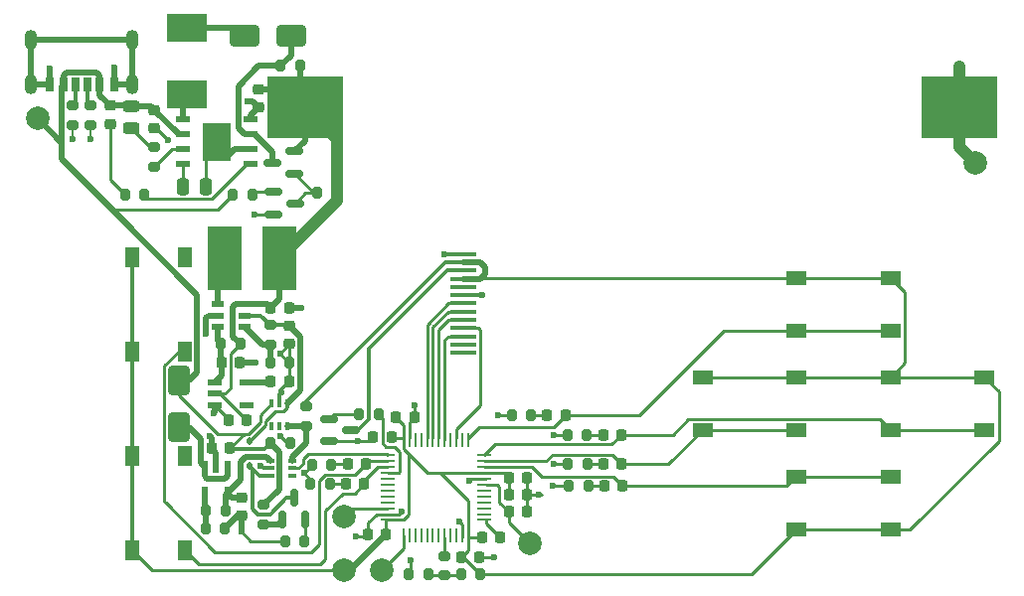
<source format=gtl>
G04 #@! TF.GenerationSoftware,KiCad,Pcbnew,9.0.3*
G04 #@! TF.CreationDate,2025-08-27T19:30:38-05:00*
G04 #@! TF.ProjectId,stm32card,73746d33-3263-4617-9264-2e6b69636164,rev?*
G04 #@! TF.SameCoordinates,Original*
G04 #@! TF.FileFunction,Copper,L1,Top*
G04 #@! TF.FilePolarity,Positive*
%FSLAX46Y46*%
G04 Gerber Fmt 4.6, Leading zero omitted, Abs format (unit mm)*
G04 Created by KiCad (PCBNEW 9.0.3) date 2025-08-27 19:30:38*
%MOMM*%
%LPD*%
G01*
G04 APERTURE LIST*
G04 Aperture macros list*
%AMRoundRect*
0 Rectangle with rounded corners*
0 $1 Rounding radius*
0 $2 $3 $4 $5 $6 $7 $8 $9 X,Y pos of 4 corners*
0 Add a 4 corners polygon primitive as box body*
4,1,4,$2,$3,$4,$5,$6,$7,$8,$9,$2,$3,0*
0 Add four circle primitives for the rounded corners*
1,1,$1+$1,$2,$3*
1,1,$1+$1,$4,$5*
1,1,$1+$1,$6,$7*
1,1,$1+$1,$8,$9*
0 Add four rect primitives between the rounded corners*
20,1,$1+$1,$2,$3,$4,$5,0*
20,1,$1+$1,$4,$5,$6,$7,0*
20,1,$1+$1,$6,$7,$8,$9,0*
20,1,$1+$1,$8,$9,$2,$3,0*%
G04 Aperture macros list end*
G04 #@! TA.AperFunction,SMDPad,CuDef*
%ADD10RoundRect,0.225000X-0.225000X-0.250000X0.225000X-0.250000X0.225000X0.250000X-0.225000X0.250000X0*%
G04 #@! TD*
G04 #@! TA.AperFunction,SMDPad,CuDef*
%ADD11RoundRect,0.225000X0.225000X0.250000X-0.225000X0.250000X-0.225000X-0.250000X0.225000X-0.250000X0*%
G04 #@! TD*
G04 #@! TA.AperFunction,SMDPad,CuDef*
%ADD12R,1.800000X1.200000*%
G04 #@! TD*
G04 #@! TA.AperFunction,SMDPad,CuDef*
%ADD13RoundRect,0.150000X-0.587500X-0.150000X0.587500X-0.150000X0.587500X0.150000X-0.587500X0.150000X0*%
G04 #@! TD*
G04 #@! TA.AperFunction,SMDPad,CuDef*
%ADD14RoundRect,0.225000X-0.250000X0.225000X-0.250000X-0.225000X0.250000X-0.225000X0.250000X0.225000X0*%
G04 #@! TD*
G04 #@! TA.AperFunction,SMDPad,CuDef*
%ADD15R,3.000000X5.500000*%
G04 #@! TD*
G04 #@! TA.AperFunction,SMDPad,CuDef*
%ADD16RoundRect,0.200000X-0.275000X0.200000X-0.275000X-0.200000X0.275000X-0.200000X0.275000X0.200000X0*%
G04 #@! TD*
G04 #@! TA.AperFunction,SMDPad,CuDef*
%ADD17RoundRect,0.200000X0.275000X-0.200000X0.275000X0.200000X-0.275000X0.200000X-0.275000X-0.200000X0*%
G04 #@! TD*
G04 #@! TA.AperFunction,SMDPad,CuDef*
%ADD18RoundRect,0.200000X0.200000X0.275000X-0.200000X0.275000X-0.200000X-0.275000X0.200000X-0.275000X0*%
G04 #@! TD*
G04 #@! TA.AperFunction,SMDPad,CuDef*
%ADD19R,3.500000X2.350000*%
G04 #@! TD*
G04 #@! TA.AperFunction,SMDPad,CuDef*
%ADD20C,2.000000*%
G04 #@! TD*
G04 #@! TA.AperFunction,SMDPad,CuDef*
%ADD21RoundRect,0.250000X-0.250000X-0.475000X0.250000X-0.475000X0.250000X0.475000X-0.250000X0.475000X0*%
G04 #@! TD*
G04 #@! TA.AperFunction,SMDPad,CuDef*
%ADD22RoundRect,0.200000X-0.200000X-0.275000X0.200000X-0.275000X0.200000X0.275000X-0.200000X0.275000X0*%
G04 #@! TD*
G04 #@! TA.AperFunction,SMDPad,CuDef*
%ADD23RoundRect,0.112500X0.112500X-0.187500X0.112500X0.187500X-0.112500X0.187500X-0.112500X-0.187500X0*%
G04 #@! TD*
G04 #@! TA.AperFunction,SMDPad,CuDef*
%ADD24RoundRect,0.250000X0.650000X-1.000000X0.650000X1.000000X-0.650000X1.000000X-0.650000X-1.000000X0*%
G04 #@! TD*
G04 #@! TA.AperFunction,SMDPad,CuDef*
%ADD25R,2.200000X0.400000*%
G04 #@! TD*
G04 #@! TA.AperFunction,SMDPad,CuDef*
%ADD26RoundRect,0.100000X-0.225000X-0.100000X0.225000X-0.100000X0.225000X0.100000X-0.225000X0.100000X0*%
G04 #@! TD*
G04 #@! TA.AperFunction,SMDPad,CuDef*
%ADD27R,6.450000X5.300000*%
G04 #@! TD*
G04 #@! TA.AperFunction,SMDPad,CuDef*
%ADD28RoundRect,0.150000X0.150000X-0.587500X0.150000X0.587500X-0.150000X0.587500X-0.150000X-0.587500X0*%
G04 #@! TD*
G04 #@! TA.AperFunction,SMDPad,CuDef*
%ADD29R,0.700000X1.200000*%
G04 #@! TD*
G04 #@! TA.AperFunction,SMDPad,CuDef*
%ADD30R,0.760000X1.200000*%
G04 #@! TD*
G04 #@! TA.AperFunction,SMDPad,CuDef*
%ADD31R,0.800000X1.200000*%
G04 #@! TD*
G04 #@! TA.AperFunction,ComponentPad*
%ADD32O,1.100000X1.700000*%
G04 #@! TD*
G04 #@! TA.AperFunction,SMDPad,CuDef*
%ADD33RoundRect,0.243750X0.456250X-0.243750X0.456250X0.243750X-0.456250X0.243750X-0.456250X-0.243750X0*%
G04 #@! TD*
G04 #@! TA.AperFunction,SMDPad,CuDef*
%ADD34R,1.070000X0.530000*%
G04 #@! TD*
G04 #@! TA.AperFunction,SMDPad,CuDef*
%ADD35RoundRect,0.150000X0.587500X0.150000X-0.587500X0.150000X-0.587500X-0.150000X0.587500X-0.150000X0*%
G04 #@! TD*
G04 #@! TA.AperFunction,SMDPad,CuDef*
%ADD36R,1.200000X0.270000*%
G04 #@! TD*
G04 #@! TA.AperFunction,SMDPad,CuDef*
%ADD37R,0.270000X1.200000*%
G04 #@! TD*
G04 #@! TA.AperFunction,SMDPad,CuDef*
%ADD38R,1.200000X1.800000*%
G04 #@! TD*
G04 #@! TA.AperFunction,SMDPad,CuDef*
%ADD39RoundRect,0.218750X0.256250X-0.218750X0.256250X0.218750X-0.256250X0.218750X-0.256250X-0.218750X0*%
G04 #@! TD*
G04 #@! TA.AperFunction,SMDPad,CuDef*
%ADD40R,0.600000X1.000000*%
G04 #@! TD*
G04 #@! TA.AperFunction,SMDPad,CuDef*
%ADD41R,1.200000X0.600000*%
G04 #@! TD*
G04 #@! TA.AperFunction,SMDPad,CuDef*
%ADD42R,2.400000X3.300000*%
G04 #@! TD*
G04 #@! TA.AperFunction,SMDPad,CuDef*
%ADD43RoundRect,0.100000X-0.100000X0.225000X-0.100000X-0.225000X0.100000X-0.225000X0.100000X0.225000X0*%
G04 #@! TD*
G04 #@! TA.AperFunction,SMDPad,CuDef*
%ADD44RoundRect,0.250000X1.000000X0.650000X-1.000000X0.650000X-1.000000X-0.650000X1.000000X-0.650000X0*%
G04 #@! TD*
G04 #@! TA.AperFunction,SMDPad,CuDef*
%ADD45R,1.200000X0.500000*%
G04 #@! TD*
G04 #@! TA.AperFunction,ViaPad*
%ADD46C,0.600000*%
G04 #@! TD*
G04 #@! TA.AperFunction,Conductor*
%ADD47C,1.000000*%
G04 #@! TD*
G04 #@! TA.AperFunction,Conductor*
%ADD48C,0.350000*%
G04 #@! TD*
G04 #@! TA.AperFunction,Conductor*
%ADD49C,0.250000*%
G04 #@! TD*
G04 #@! TA.AperFunction,Conductor*
%ADD50C,0.500000*%
G04 #@! TD*
G04 #@! TA.AperFunction,Conductor*
%ADD51C,0.200000*%
G04 #@! TD*
G04 APERTURE END LIST*
D10*
X186594442Y-122410210D03*
X188144442Y-122410210D03*
D11*
X168458966Y-118260712D03*
X166908966Y-118260712D03*
D10*
X158188180Y-107195974D03*
X159738180Y-107195974D03*
D12*
X202951133Y-104665534D03*
X210951133Y-104665534D03*
X202951133Y-109165534D03*
X210951133Y-109165534D03*
D10*
X186498159Y-120535261D03*
X188048159Y-120535261D03*
D13*
X163141120Y-116686961D03*
X163141120Y-118586961D03*
X165016120Y-117636961D03*
D14*
X159771321Y-108741969D03*
X159771321Y-110291969D03*
D15*
X158924572Y-102960590D03*
X154264572Y-102960590D03*
D16*
X148272523Y-93543316D03*
X148272523Y-95193316D03*
D17*
X161212267Y-117283573D03*
X161212267Y-115633573D03*
D14*
X148265612Y-90338172D03*
X148265612Y-91888172D03*
D18*
X161041538Y-127096790D03*
X159391538Y-127096790D03*
D19*
X151018909Y-89007494D03*
X151018909Y-83307494D03*
D20*
X164428408Y-125040799D03*
X164428408Y-129563379D03*
D21*
X150718124Y-96870191D03*
X152618124Y-96870191D03*
D22*
X174374351Y-129940450D03*
X176024351Y-129940450D03*
X158138180Y-111847959D03*
X159788180Y-111847959D03*
D10*
X176162472Y-126786884D03*
X177712472Y-126786884D03*
D23*
X156386756Y-120670500D03*
X156386756Y-118570500D03*
D24*
X150343692Y-117402201D03*
X150343692Y-113402201D03*
D25*
X174559466Y-111035534D03*
X174559466Y-110335534D03*
X174559466Y-109635534D03*
X174559466Y-108935534D03*
X174559466Y-108235534D03*
X174559466Y-107535534D03*
X174559466Y-106835534D03*
X174559466Y-106135534D03*
X174559466Y-105435534D03*
X174559466Y-104735534D03*
X174559466Y-104035534D03*
X174559466Y-103335534D03*
X174559466Y-102635534D03*
D10*
X178467267Y-124578690D03*
X180017267Y-124578690D03*
D18*
X171606612Y-129942382D03*
X169956612Y-129942382D03*
D20*
X138326311Y-91051939D03*
D26*
X158155852Y-120238248D03*
X158155852Y-120888248D03*
X158155852Y-121538248D03*
X160055852Y-121538248D03*
X160055852Y-120888248D03*
X160055852Y-120238248D03*
D16*
X142831133Y-89980534D03*
X142831133Y-91630534D03*
D18*
X156601572Y-97546454D03*
X154951572Y-97546454D03*
D22*
X145769655Y-97587083D03*
X147419655Y-97587083D03*
D10*
X181710179Y-116398550D03*
X183260179Y-116398550D03*
X158188180Y-113473015D03*
X159738180Y-113473015D03*
D22*
X159028030Y-86593369D03*
X160678030Y-86593369D03*
D18*
X154307133Y-124486382D03*
X152657133Y-124486382D03*
D16*
X158155040Y-108691969D03*
X158155040Y-110341969D03*
D11*
X180017267Y-121658690D03*
X178467267Y-121658690D03*
D22*
X183488159Y-120535261D03*
X185138159Y-120535261D03*
X161559017Y-122220255D03*
X163209017Y-122220255D03*
D10*
X186482004Y-118016635D03*
X188032004Y-118016635D03*
D27*
X161087776Y-90140150D03*
X216827776Y-90140150D03*
D28*
X159208406Y-125258345D03*
X161108406Y-125258345D03*
X160158406Y-123383345D03*
D12*
X210951133Y-113132201D03*
X218951133Y-113132201D03*
X210951133Y-117632201D03*
X218951133Y-117632201D03*
D10*
X178467267Y-123118690D03*
X180017267Y-123118690D03*
D12*
X194951133Y-113132201D03*
X202951133Y-113132201D03*
X194951133Y-117632201D03*
X202951133Y-117632201D03*
D22*
X161689189Y-120596440D03*
X163339189Y-120596440D03*
D10*
X164761789Y-120488899D03*
X166311789Y-120488899D03*
D22*
X183584442Y-122410210D03*
X185234442Y-122410210D03*
D10*
X154004818Y-111915048D03*
X155554818Y-111915048D03*
D13*
X158379151Y-97346136D03*
X158379151Y-99246136D03*
X160254151Y-98296136D03*
D29*
X142574466Y-88210000D03*
D30*
X140554466Y-88210000D03*
D31*
X139324466Y-88210000D03*
D29*
X141574466Y-88210000D03*
D30*
X143594466Y-88210000D03*
D31*
X144824466Y-88210000D03*
D32*
X146394466Y-88130000D03*
X146394466Y-84330000D03*
X137754466Y-84330000D03*
X137754466Y-88130000D03*
D33*
X146287603Y-91915281D03*
X146287603Y-90040281D03*
D22*
X183472004Y-118016635D03*
X185122004Y-118016635D03*
D20*
X180271664Y-127327070D03*
D34*
X153629818Y-106919279D03*
X153629818Y-107869279D03*
X153629818Y-108819279D03*
X155929818Y-108819279D03*
X155929818Y-107869279D03*
X155929818Y-106919279D03*
D20*
X218169305Y-94883903D03*
D10*
X168864228Y-116560375D03*
X170414228Y-116560375D03*
D35*
X160229235Y-95781538D03*
X160229235Y-93881538D03*
X158354235Y-94831538D03*
D18*
X163796670Y-97394465D03*
X162146670Y-97394465D03*
D10*
X164569017Y-122220255D03*
X166119017Y-122220255D03*
D36*
X176341495Y-125291194D03*
X176341495Y-124791194D03*
X176341495Y-124291194D03*
X176341495Y-123791194D03*
X176341495Y-123291194D03*
X176341495Y-122791194D03*
X176341495Y-122291194D03*
X176341495Y-121791194D03*
X176341495Y-121291194D03*
X176341495Y-120791194D03*
X176341495Y-120291194D03*
X176341495Y-119791194D03*
D37*
X174991495Y-118441194D03*
X174491495Y-118441194D03*
X173991495Y-118441194D03*
X173491495Y-118441194D03*
X172991495Y-118441194D03*
X172491495Y-118441194D03*
X171991495Y-118441194D03*
X171491495Y-118441194D03*
X170991495Y-118441194D03*
X170491495Y-118441194D03*
X169991495Y-118441194D03*
X169491495Y-118441194D03*
D36*
X168141495Y-119791194D03*
X168141495Y-120291194D03*
X168141495Y-120791194D03*
X168141495Y-121291194D03*
X168141495Y-121791194D03*
X168141495Y-122291194D03*
X168141495Y-122791194D03*
X168141495Y-123291194D03*
X168141495Y-123791194D03*
X168141495Y-124291194D03*
X168141495Y-124791194D03*
X168141495Y-125291194D03*
D37*
X169491495Y-126641194D03*
X169991495Y-126641194D03*
X170491495Y-126641194D03*
X170991495Y-126641194D03*
X171491495Y-126641194D03*
X171991495Y-126641194D03*
X172491495Y-126641194D03*
X172991495Y-126641194D03*
X173491495Y-126641194D03*
X173991495Y-126641194D03*
X174491495Y-126641194D03*
X174991495Y-126641194D03*
D10*
X154607149Y-116828160D03*
X156157149Y-116828160D03*
D22*
X158167759Y-118711221D03*
X159817759Y-118711221D03*
D38*
X146357799Y-127848868D03*
X146357799Y-119848868D03*
X150857799Y-127848868D03*
X150857799Y-119848868D03*
D12*
X210951133Y-126098868D03*
X202951133Y-126098868D03*
X210951133Y-121598868D03*
X202951133Y-121598868D03*
D39*
X144507305Y-91561135D03*
X144507305Y-89986135D03*
D22*
X153954818Y-110310463D03*
X155604818Y-110310463D03*
D40*
X154476567Y-120794558D03*
X153526567Y-120794558D03*
X152576567Y-120794558D03*
X152576567Y-122994558D03*
X154476567Y-122994558D03*
D41*
X156493169Y-94952776D03*
X156493169Y-93682776D03*
X156493169Y-92402776D03*
X156493169Y-91132776D03*
X150673169Y-91132776D03*
X150673169Y-92402776D03*
X150673169Y-93682776D03*
X150673169Y-94952776D03*
D42*
X153583169Y-93042776D03*
D18*
X167345504Y-116264585D03*
X165695504Y-116264585D03*
D14*
X157124998Y-88594361D03*
X157124998Y-90144361D03*
D22*
X178700179Y-116398550D03*
X180350179Y-116398550D03*
D16*
X157597011Y-124014185D03*
X157597011Y-125664185D03*
D43*
X159575680Y-115376388D03*
X158925680Y-115376388D03*
X158275680Y-115376388D03*
X158275680Y-117276388D03*
X158925680Y-117276388D03*
X159575680Y-117276388D03*
D44*
X159921580Y-84036310D03*
X155921580Y-84036310D03*
D20*
X167611415Y-129563379D03*
D16*
X172991495Y-128364551D03*
X172991495Y-130014551D03*
D10*
X174424341Y-128485724D03*
X175974341Y-128485724D03*
D14*
X155695101Y-123373307D03*
X155695101Y-124923307D03*
D11*
X154681287Y-119188736D03*
X153131287Y-119188736D03*
D38*
X146357799Y-110915534D03*
X146357799Y-102915534D03*
X150857799Y-110915534D03*
X150857799Y-102915534D03*
D11*
X167991495Y-126525753D03*
X166441495Y-126525753D03*
D22*
X152629250Y-125997645D03*
X154279250Y-125997645D03*
D45*
X153429818Y-113589341D03*
X153429818Y-114539341D03*
X153429818Y-115489341D03*
X156129818Y-115489341D03*
X156129818Y-113589341D03*
D16*
X141331133Y-89980534D03*
X141331133Y-91630534D03*
D46*
X152733145Y-91722173D03*
X165465476Y-126728439D03*
X159063103Y-114460088D03*
X175096858Y-121986131D03*
X169308377Y-124587949D03*
X156894461Y-111915048D03*
X177516540Y-116398550D03*
X153583169Y-93042776D03*
X182290644Y-120535261D03*
X160764492Y-107195974D03*
X155690517Y-126299413D03*
X152704834Y-94368118D03*
X170102016Y-128697514D03*
X142831133Y-92805534D03*
X182194361Y-122410210D03*
X176171148Y-106135534D03*
X152965298Y-118172420D03*
X182306799Y-118016635D03*
X156196469Y-89651848D03*
X157340350Y-120669500D03*
X158991448Y-118105482D03*
X144821338Y-86750857D03*
X154444650Y-91732484D03*
X156779032Y-99246136D03*
X153357396Y-116219587D03*
X141331133Y-92805534D03*
X152658799Y-109382017D03*
X174229170Y-125388031D03*
X172947746Y-102648389D03*
X216827776Y-86625361D03*
X158972471Y-111099870D03*
X165634415Y-118586961D03*
X149420397Y-92893553D03*
X161020748Y-121316201D03*
X139328918Y-86794310D03*
X181015522Y-123111621D03*
X177215329Y-128485724D03*
X170414228Y-115484524D03*
X154408893Y-94360958D03*
D47*
X216827776Y-90140150D02*
X216827776Y-93542374D01*
D48*
X174559466Y-102635534D02*
X172960601Y-102635534D01*
D49*
X166238809Y-126728439D02*
X166441495Y-126525753D01*
X158379151Y-99246136D02*
X156779032Y-99246136D01*
D50*
X155695101Y-124923307D02*
X155695101Y-126294829D01*
D49*
X170414228Y-115484524D02*
X170414228Y-116560375D01*
X180017267Y-123118690D02*
X181266139Y-123118690D01*
D50*
X153526567Y-120794558D02*
X153526567Y-119584016D01*
D49*
X165634415Y-118586961D02*
X166582717Y-118586961D01*
X177215329Y-128485724D02*
X175974341Y-128485724D01*
X180017267Y-124578690D02*
X180017267Y-123118690D01*
X167991495Y-124791194D02*
X167197094Y-124791194D01*
D48*
X159063103Y-114460088D02*
X159063103Y-114148092D01*
D50*
X139324466Y-88210000D02*
X139324466Y-86798762D01*
X152877818Y-107869279D02*
X152643818Y-108103279D01*
X155695101Y-124923307D02*
X155353588Y-124923307D01*
X137754466Y-88130000D02*
X139244466Y-88130000D01*
D49*
X159771321Y-110291969D02*
X159771321Y-111831100D01*
D50*
X155695101Y-126294829D02*
X155690517Y-126299413D01*
X153526567Y-119584016D02*
X153131287Y-119188736D01*
D49*
X169991495Y-118291194D02*
X169991495Y-116983108D01*
X161559017Y-121854470D02*
X161020748Y-121316201D01*
X159788180Y-111847959D02*
X159720560Y-111847959D01*
X161755036Y-120581913D02*
X161020748Y-121316201D01*
X159771321Y-110301020D02*
X158972471Y-111099870D01*
X165465476Y-126728439D02*
X166238809Y-126728439D01*
X169991495Y-116983108D02*
X170414228Y-116560375D01*
D50*
X152643818Y-109367036D02*
X152658799Y-109382017D01*
X153131287Y-119188736D02*
X153131287Y-118338409D01*
D49*
X152618124Y-94454828D02*
X152704834Y-94368118D01*
D50*
X137754466Y-84330000D02*
X137754466Y-88130000D01*
X153131287Y-118338409D02*
X152965298Y-118172420D01*
D49*
X178700179Y-116398550D02*
X177516540Y-116398550D01*
D48*
X158925680Y-115376388D02*
X158925680Y-114597511D01*
D49*
X180017267Y-123118690D02*
X180017267Y-121658690D01*
X159771321Y-110291969D02*
X159771321Y-110301020D01*
X166582717Y-118586961D02*
X166908966Y-118260712D01*
X161559017Y-122220255D02*
X161559017Y-121854470D01*
D50*
X144904466Y-88130000D02*
X144824466Y-88210000D01*
X139244466Y-88130000D02*
X139324466Y-88210000D01*
X153429818Y-115489341D02*
X153429818Y-116147165D01*
D47*
X216827776Y-93542374D02*
X218169305Y-94883903D01*
D48*
X158155852Y-120888248D02*
X157559098Y-120888248D01*
D49*
X161755036Y-120550263D02*
X161755036Y-120581913D01*
D51*
X141331133Y-91630534D02*
X141331133Y-92805534D01*
D49*
X166441495Y-125546793D02*
X166441495Y-126525753D01*
X159771321Y-111831100D02*
X159788180Y-111847959D01*
X152618124Y-96870191D02*
X152618124Y-94454828D01*
X175291795Y-121791194D02*
X175096858Y-121986131D01*
D50*
X153629818Y-107869279D02*
X152877818Y-107869279D01*
X156493169Y-93682776D02*
X155087075Y-93682776D01*
X144824466Y-86753985D02*
X144824466Y-88210000D01*
D49*
X174491495Y-125650356D02*
X174229170Y-125388031D01*
D51*
X142831133Y-91630534D02*
X142831133Y-92805534D01*
D50*
X156493169Y-91132776D02*
X156493169Y-90776190D01*
D49*
X170102016Y-128697514D02*
X170102016Y-129796978D01*
X183488159Y-120535261D02*
X182290644Y-120535261D01*
D50*
X139324466Y-86798762D02*
X139328918Y-86794310D01*
D49*
X174491495Y-126791194D02*
X174491495Y-125650356D01*
D48*
X157559098Y-120888248D02*
X157340350Y-120669500D01*
D49*
X159788180Y-113423015D02*
X159738180Y-113473015D01*
D50*
X146394466Y-88130000D02*
X146394466Y-84330000D01*
D49*
X176491495Y-121791194D02*
X175291795Y-121791194D01*
D50*
X156493169Y-90776190D02*
X157124998Y-90144361D01*
X152643818Y-108103279D02*
X152643818Y-109367036D01*
D49*
X159597187Y-118711221D02*
X158991448Y-118105482D01*
D50*
X155353588Y-124923307D02*
X154279250Y-125997645D01*
X156196469Y-89651848D02*
X156632485Y-89651848D01*
X153429818Y-116147165D02*
X153357396Y-116219587D01*
X156632485Y-89651848D02*
X157124998Y-90144361D01*
D49*
X163141120Y-118586961D02*
X165634415Y-118586961D01*
X154607149Y-116828160D02*
X154607149Y-116666672D01*
D50*
X155554818Y-111915048D02*
X156894461Y-111915048D01*
X144821338Y-86750857D02*
X144824466Y-86753985D01*
D49*
X159817759Y-118711221D02*
X159597187Y-118711221D01*
D50*
X159738180Y-107195974D02*
X160764492Y-107195974D01*
X146394466Y-84330000D02*
X137754466Y-84330000D01*
D47*
X216827776Y-90140150D02*
X216827776Y-86625361D01*
D48*
X159063103Y-114148092D02*
X159738180Y-113473015D01*
D50*
X155087075Y-93682776D02*
X154408893Y-94360958D01*
D49*
X170102016Y-129796978D02*
X169956612Y-129942382D01*
X183584442Y-122410210D02*
X182194361Y-122410210D01*
X156487894Y-127096790D02*
X155690517Y-126299413D01*
X148265612Y-91888172D02*
X148415016Y-91888172D01*
X167197094Y-124791194D02*
X166441495Y-125546793D01*
D48*
X159788180Y-111847959D02*
X159746426Y-111847959D01*
D49*
X169105132Y-124791194D02*
X169308377Y-124587949D01*
D48*
X172960601Y-102635534D02*
X172947746Y-102648389D01*
D49*
X154607149Y-116666672D02*
X153429818Y-115489341D01*
D50*
X146394466Y-88130000D02*
X144904466Y-88130000D01*
D48*
X158925680Y-114597511D02*
X159063103Y-114460088D01*
D49*
X159391538Y-127096790D02*
X156487894Y-127096790D01*
X159788180Y-111847959D02*
X159788180Y-113423015D01*
X167991495Y-124791194D02*
X169105132Y-124791194D01*
X159720560Y-111847959D02*
X158972471Y-111099870D01*
D48*
X174559466Y-106135534D02*
X176171148Y-106135534D01*
D49*
X183472004Y-118016635D02*
X182306799Y-118016635D01*
X148415016Y-91888172D02*
X149420397Y-92893553D01*
X169934377Y-124847247D02*
X169934377Y-119656308D01*
X172625075Y-121291194D02*
X176491495Y-121291194D01*
X210951133Y-113132201D02*
X218951133Y-113132201D01*
D48*
X146357799Y-127848868D02*
X146357799Y-119848868D01*
D49*
X167991495Y-125291194D02*
X169490430Y-125291194D01*
X169491495Y-119213427D02*
X171569262Y-121291194D01*
X202951133Y-104665534D02*
X174629466Y-104665534D01*
X174629466Y-104665534D02*
X174559466Y-104735534D01*
X169934377Y-119656308D02*
X169491495Y-119213427D01*
X220177133Y-118558201D02*
X212636466Y-126098868D01*
X178467267Y-123118690D02*
X178467267Y-121658690D01*
D50*
X174559466Y-103335534D02*
X176061466Y-103335534D01*
X176061466Y-104735534D02*
X174559466Y-104735534D01*
D49*
X178099771Y-121291194D02*
X178467267Y-121658690D01*
X218951133Y-113132201D02*
X220177133Y-114358201D01*
X169491495Y-118291194D02*
X169491495Y-117187642D01*
D50*
X176440902Y-104356098D02*
X176061466Y-104735534D01*
D49*
X169491495Y-118291194D02*
X168489448Y-118291194D01*
X174569625Y-128485724D02*
X176024351Y-129940450D01*
X167991495Y-125291194D02*
X167991495Y-126525753D01*
X199109551Y-129940450D02*
X176024351Y-129940450D01*
X212177133Y-105891534D02*
X212177133Y-111906201D01*
X212177133Y-111906201D02*
X210951133Y-113132201D01*
X146357799Y-127848868D02*
X148072310Y-129563379D01*
D48*
X174559466Y-103335534D02*
X173082516Y-103335534D01*
D49*
X194951133Y-113132201D02*
X202951133Y-113132201D01*
X168489448Y-118291194D02*
X168458966Y-118260712D01*
X212636466Y-126098868D02*
X210951133Y-126098868D01*
D50*
X176061466Y-103335534D02*
X176440902Y-103714970D01*
D49*
X202951133Y-126098868D02*
X199109551Y-129940450D01*
X174991495Y-126791194D02*
X174991495Y-123657614D01*
X210951133Y-104665534D02*
X212177133Y-105891534D01*
D50*
X167991495Y-126525753D02*
X164953869Y-129563379D01*
D49*
X202951133Y-104665534D02*
X210951133Y-104665534D01*
X174991495Y-123657614D02*
X172625075Y-121291194D01*
D48*
X146357799Y-102915534D02*
X146357799Y-110915534D01*
D49*
X174424341Y-128485724D02*
X174991495Y-127918570D01*
D48*
X161212267Y-115205783D02*
X161212267Y-115633573D01*
D49*
X174424341Y-128485724D02*
X174569625Y-128485724D01*
D50*
X176440902Y-103714970D02*
X176440902Y-104356098D01*
D48*
X173082516Y-103335534D02*
X161212267Y-115205783D01*
D49*
X202951133Y-113132201D02*
X210951133Y-113132201D01*
X169491495Y-117187642D02*
X168864228Y-116560375D01*
D48*
X146357799Y-110915534D02*
X146357799Y-119848868D01*
D49*
X171569262Y-121291194D02*
X172625075Y-121291194D01*
X176158162Y-126791194D02*
X176162472Y-126786884D01*
X176341495Y-121291194D02*
X178099771Y-121291194D01*
X174991495Y-126791194D02*
X176158162Y-126791194D01*
X220177133Y-114358201D02*
X220177133Y-118558201D01*
X169491495Y-118291194D02*
X169491495Y-119213427D01*
X169490430Y-125291194D02*
X169934377Y-124847247D01*
X174991495Y-127918570D02*
X174991495Y-126791194D01*
X148072310Y-129563379D02*
X164428408Y-129563379D01*
D50*
X164953869Y-129563379D02*
X164428408Y-129563379D01*
D49*
X202951133Y-126098868D02*
X210951133Y-126098868D01*
X176491495Y-125291194D02*
X176491495Y-125565907D01*
X176491495Y-125565907D02*
X177712472Y-126786884D01*
X180350179Y-116398550D02*
X181710179Y-116398550D01*
X185234442Y-122410210D02*
X186594442Y-122410210D01*
X185122004Y-118016635D02*
X186482004Y-118016635D01*
X185138159Y-120535261D02*
X186498159Y-120535261D01*
X163466400Y-120488899D02*
X163405036Y-120550263D01*
X163446730Y-120488899D02*
X163339189Y-120596440D01*
X164761789Y-120488899D02*
X163446730Y-120488899D01*
X163209017Y-122220255D02*
X164569017Y-122220255D01*
D48*
X155929818Y-107869279D02*
X157332350Y-107869279D01*
X158155040Y-108691969D02*
X159721321Y-108691969D01*
X159721321Y-108691969D02*
X159771321Y-108741969D01*
D49*
X158594454Y-116027388D02*
X159249679Y-116027388D01*
D50*
X159771321Y-108741969D02*
X160697321Y-109667969D01*
X160697321Y-109667969D02*
X160697321Y-114254747D01*
D48*
X157332350Y-107869279D02*
X158155040Y-108691969D01*
D49*
X159575680Y-115701387D02*
X159575680Y-115376388D01*
X157749680Y-116872162D02*
X158594454Y-116027388D01*
X156386756Y-118570500D02*
X157749680Y-117207576D01*
X157749680Y-117207576D02*
X157749680Y-116872162D01*
D50*
X160697321Y-114254747D02*
X159575680Y-115376388D01*
D49*
X159249679Y-116027388D02*
X159575680Y-115701387D01*
X166311789Y-120488899D02*
X166509494Y-120291194D01*
X150857799Y-110915534D02*
X150358845Y-110915534D01*
X162285017Y-127387537D02*
X162285017Y-121919837D01*
X149117692Y-123710505D02*
X149240386Y-123833198D01*
X162789855Y-121414999D02*
X165385689Y-121414999D01*
X166509494Y-120291194D02*
X168141495Y-120291194D01*
X150358845Y-110915534D02*
X149117692Y-112156687D01*
X165385689Y-121414999D02*
X166311789Y-120488899D01*
X153423874Y-128016687D02*
X161655867Y-128016687D01*
X149117692Y-123710504D02*
X149240386Y-123833198D01*
X162285017Y-121919837D02*
X162789855Y-121414999D01*
X149240386Y-123833198D02*
X153423874Y-128016687D01*
X149117692Y-112156687D02*
X149117692Y-123710504D01*
X161655867Y-128016687D02*
X162285017Y-127387537D01*
X172991495Y-126791194D02*
X172991495Y-128364551D01*
X162389993Y-129066880D02*
X162851791Y-128605082D01*
X164315018Y-123021255D02*
X165318017Y-123021255D01*
X166119017Y-121955789D02*
X167283612Y-120791194D01*
X165318017Y-123021255D02*
X166119017Y-122220255D01*
X167283612Y-120791194D02*
X168141495Y-120791194D01*
X166119017Y-122220255D02*
X166119017Y-121955789D01*
X152075811Y-129066880D02*
X162389993Y-129066880D01*
X150857799Y-127848868D02*
X152075811Y-129066880D01*
X162851791Y-128605082D02*
X162851791Y-124484482D01*
X162851791Y-124484482D02*
X164315018Y-123021255D01*
X188144442Y-122410210D02*
X202139791Y-122410210D01*
X180410237Y-120791194D02*
X176341495Y-120791194D01*
X188144442Y-122410210D02*
X187343442Y-121609210D01*
X202139791Y-122410210D02*
X202951133Y-121598868D01*
X181228253Y-121609210D02*
X180410237Y-120791194D01*
X210951133Y-121598868D02*
X202951133Y-121598868D01*
X187343442Y-121609210D02*
X181228253Y-121609210D01*
X177315054Y-118817635D02*
X176341495Y-119791194D01*
X187231004Y-118817635D02*
X177315054Y-118817635D01*
X193725133Y-116706201D02*
X210025133Y-116706201D01*
X210025133Y-116706201D02*
X210951133Y-117632201D01*
X188032004Y-118016635D02*
X187231004Y-118817635D01*
X210951133Y-117632201D02*
X218951133Y-117632201D01*
X193725133Y-116706201D02*
X192414699Y-118016635D01*
X192414699Y-118016635D02*
X188032004Y-118016635D01*
X192048073Y-120535261D02*
X194951133Y-117632201D01*
X182206346Y-119734261D02*
X187247159Y-119734261D01*
X176341495Y-120291194D02*
X181649413Y-120291194D01*
X188048159Y-120535261D02*
X192048073Y-120535261D01*
X194951133Y-117632201D02*
X202951133Y-117632201D01*
X187247159Y-119734261D02*
X188048159Y-120535261D01*
X181649413Y-120291194D02*
X182206346Y-119734261D01*
X202951133Y-109165534D02*
X196765800Y-109165534D01*
X189532784Y-116398550D02*
X183260179Y-116398550D01*
X175923154Y-117359535D02*
X182299194Y-117359535D01*
X196765800Y-109165534D02*
X189532784Y-116398550D01*
X202951133Y-109165534D02*
X210951133Y-109165534D01*
X182299194Y-117359535D02*
X183260179Y-116398550D01*
X175923154Y-117359535D02*
X174991495Y-118291194D01*
X173991495Y-117524242D02*
X173991495Y-118291194D01*
X175985466Y-109109534D02*
X175811466Y-108935534D01*
X173991495Y-117524242D02*
X175985466Y-115530271D01*
X175811466Y-108935534D02*
X174559466Y-108935534D01*
X175985466Y-115530271D02*
X175985466Y-109109534D01*
D48*
X142574466Y-88210000D02*
X142574466Y-89723867D01*
D51*
X142574466Y-89723867D02*
X142831133Y-89980534D01*
D49*
X174559466Y-109635534D02*
X173307466Y-109635534D01*
X172991495Y-109951505D02*
X172991495Y-118441194D01*
X173307466Y-109635534D02*
X172991495Y-109951505D01*
D47*
X163796670Y-92849044D02*
X163796670Y-97394465D01*
X163796670Y-98088492D02*
X158924572Y-102960590D01*
D50*
X154943818Y-107153279D02*
X154943818Y-109649463D01*
D47*
X159921580Y-88973954D02*
X161087776Y-90140150D01*
D50*
X159301011Y-88353385D02*
X161087776Y-90140150D01*
X161087776Y-93022997D02*
X160229235Y-93881538D01*
X158924572Y-102960590D02*
X158924572Y-106459582D01*
X160678030Y-89730404D02*
X161087776Y-90140150D01*
D47*
X161087776Y-90140150D02*
X163796670Y-92849044D01*
D49*
X153429818Y-114539341D02*
X154279818Y-114539341D01*
D50*
X159541987Y-88594361D02*
X161087776Y-90140150D01*
D47*
X163796670Y-97394465D02*
X163796670Y-98088492D01*
D50*
X160678030Y-86593369D02*
X160678030Y-89730404D01*
D49*
X156157149Y-116828160D02*
X153868330Y-114539341D01*
X154779818Y-114039341D02*
X154779818Y-111135463D01*
D50*
X158924572Y-106459582D02*
X158188180Y-107195974D01*
X157124998Y-88594361D02*
X159541987Y-88594361D01*
X155177818Y-106919279D02*
X154943818Y-107153279D01*
X155929818Y-106919279D02*
X155177818Y-106919279D01*
X155929818Y-106919279D02*
X157911485Y-106919279D01*
D49*
X153868330Y-114539341D02*
X153429818Y-114539341D01*
X154279818Y-114539341D02*
X154779818Y-114039341D01*
D50*
X154943818Y-109649463D02*
X155604818Y-110310463D01*
D49*
X154779818Y-111135463D02*
X155604818Y-110310463D01*
D50*
X157911485Y-106919279D02*
X158188180Y-107195974D01*
X161087776Y-90140150D02*
X161087776Y-93022997D01*
D49*
X160448750Y-89501124D02*
X161087776Y-90140150D01*
D48*
X141574466Y-88210000D02*
X141574466Y-89737201D01*
D51*
X141574466Y-89737201D02*
X141331133Y-89980534D01*
D49*
X160963189Y-120488462D02*
X160963189Y-120098022D01*
X160963189Y-120098022D02*
X161373312Y-119687899D01*
X168038200Y-119687899D02*
X168141495Y-119791194D01*
X161373312Y-119687899D02*
X168038200Y-119687899D01*
X160563403Y-120888248D02*
X160963189Y-120488462D01*
X160055852Y-120888248D02*
X160563403Y-120888248D01*
X165695504Y-116264585D02*
X163563496Y-116264585D01*
X163563496Y-116264585D02*
X163141120Y-116686961D01*
X171991495Y-118291194D02*
X171991495Y-108851505D01*
X171991495Y-108851505D02*
X173307466Y-107535534D01*
X173307466Y-107535534D02*
X174559466Y-107535534D01*
D50*
X150673169Y-91132776D02*
X150673169Y-89353234D01*
X150673169Y-89069888D02*
X150889738Y-88853319D01*
X150673169Y-89353234D02*
X151018909Y-89007494D01*
D49*
X171678781Y-130014551D02*
X171606612Y-129942382D01*
X174300250Y-130014551D02*
X174374351Y-129940450D01*
X172991495Y-130014551D02*
X171678781Y-130014551D01*
X172991495Y-130014551D02*
X174300250Y-130014551D01*
X172491495Y-118291194D02*
X172491495Y-109051505D01*
X172491495Y-109051505D02*
X173307466Y-108235534D01*
X173307466Y-108235534D02*
X174559466Y-108235534D01*
X173307466Y-106835534D02*
X174559466Y-106835534D01*
X171491495Y-118291194D02*
X171491495Y-108651505D01*
X171491495Y-108651505D02*
X173307466Y-106835534D01*
X178467267Y-125522673D02*
X180271664Y-127327070D01*
X177671184Y-123782607D02*
X178467267Y-124578690D01*
X177671184Y-122470883D02*
X177671184Y-123782607D01*
X177491495Y-122291194D02*
X177671184Y-122470883D01*
X176491495Y-122291194D02*
X177491495Y-122291194D01*
X178467267Y-124578690D02*
X178467267Y-125522673D01*
X169491495Y-126641194D02*
X169491495Y-127683299D01*
X169491495Y-127683299D02*
X167611415Y-129563379D01*
X168141495Y-124291194D02*
X165178013Y-124291194D01*
X165178013Y-124291194D02*
X164428408Y-125040799D01*
X169123062Y-121224304D02*
X169123062Y-119484171D01*
X167999500Y-119061712D02*
X167683966Y-118746178D01*
X169123062Y-119484171D02*
X168700603Y-119061712D01*
X168700603Y-119061712D02*
X167999500Y-119061712D01*
X169056172Y-121291194D02*
X169123062Y-121224304D01*
X167683966Y-116603047D02*
X167345504Y-116264585D01*
X167683966Y-118746178D02*
X167683966Y-116603047D01*
X168141495Y-121291194D02*
X169056172Y-121291194D01*
X150673169Y-94952776D02*
X150673169Y-96825236D01*
X150673169Y-96825236D02*
X150718124Y-96870191D01*
D50*
X140405133Y-89740330D02*
X140405133Y-94560868D01*
X143594466Y-89073296D02*
X144507305Y-89986135D01*
X151243692Y-113402201D02*
X151908799Y-112737094D01*
X140405133Y-88359333D02*
X140405133Y-89740330D01*
X146233457Y-89986135D02*
X146287603Y-90040281D01*
X143594466Y-87378000D02*
X143594466Y-88210000D01*
X148265612Y-90338172D02*
X150330216Y-92402776D01*
X146287603Y-90040281D02*
X147967721Y-90040281D01*
X150343692Y-113402201D02*
X151243692Y-113402201D01*
X144507305Y-89986135D02*
X146233457Y-89986135D01*
X140554466Y-88210000D02*
X140554466Y-87378000D01*
D49*
X154681287Y-119188736D02*
X155925523Y-117944500D01*
D50*
X150330216Y-92402776D02*
X150673169Y-92402776D01*
D49*
X157298680Y-116960588D02*
X156314768Y-117944500D01*
X157298680Y-116353388D02*
X157298680Y-116960588D01*
D50*
X143594466Y-88210000D02*
X143594466Y-89073296D01*
D48*
X157632480Y-119246500D02*
X154739051Y-119246500D01*
D50*
X140773466Y-87159000D02*
X143375466Y-87159000D01*
D49*
X155925523Y-117944500D02*
X156314768Y-117944500D01*
D50*
X140554466Y-87378000D02*
X140773466Y-87159000D01*
D49*
X150343692Y-113402201D02*
X150343692Y-114652201D01*
D50*
X158167759Y-118711221D02*
X158931852Y-119475314D01*
D48*
X154739051Y-119246500D02*
X154681287Y-119188736D01*
D50*
X140405133Y-94560868D02*
X144663848Y-98819583D01*
D48*
X158167759Y-118711221D02*
X157632480Y-119246500D01*
D50*
X144663848Y-98869652D02*
X144663848Y-98819583D01*
X151908799Y-112737094D02*
X151908799Y-106114603D01*
D49*
X154434022Y-119196500D02*
X154371567Y-119134045D01*
D50*
X138326311Y-91051939D02*
X140405133Y-93130761D01*
D49*
X154951572Y-97546454D02*
X153678443Y-98819583D01*
X150343692Y-114652201D02*
X153635991Y-117944500D01*
X153635991Y-117944500D02*
X156314768Y-117944500D01*
D50*
X140405133Y-93130761D02*
X140405133Y-94560868D01*
X140554466Y-88210000D02*
X140405133Y-88359333D01*
X143375466Y-87159000D02*
X143594466Y-87378000D01*
D48*
X140554466Y-88210000D02*
X140480133Y-88284333D01*
D50*
X158931852Y-119475314D02*
X158931852Y-122679344D01*
D49*
X158275680Y-115376388D02*
X157298680Y-116353388D01*
X153678443Y-98819583D02*
X144663848Y-98819583D01*
D50*
X147967721Y-90040281D02*
X148265612Y-90338172D01*
X158931852Y-122679344D02*
X157597011Y-124014185D01*
X151908799Y-106114603D02*
X144663848Y-98869652D01*
X156129818Y-113589341D02*
X158071854Y-113589341D01*
X158071854Y-113589341D02*
X158188180Y-113473015D01*
X153954818Y-110310463D02*
X153954818Y-111865048D01*
X154004818Y-111915048D02*
X154004818Y-113014341D01*
X154004818Y-113014341D02*
X153429818Y-113589341D01*
X153629818Y-108819279D02*
X153629818Y-109985463D01*
X153954818Y-111865048D02*
X154004818Y-111915048D01*
X153629818Y-109985463D02*
X153954818Y-110310463D01*
X157837104Y-119919500D02*
X158155852Y-120238248D01*
X156037730Y-119919500D02*
X157837104Y-119919500D01*
X154307133Y-123163992D02*
X154476567Y-122994558D01*
X155629778Y-120327452D02*
X156037730Y-119919500D01*
X154476567Y-122994558D02*
X155629778Y-121841347D01*
X154307133Y-124486382D02*
X154307133Y-123163992D01*
X155629778Y-121841347D02*
X155629778Y-120327452D01*
X155695101Y-123373307D02*
X154855316Y-123373307D01*
X154855316Y-123373307D02*
X154476567Y-122994558D01*
X151018909Y-83307494D02*
X155192764Y-83307494D01*
X155192764Y-83307494D02*
X155921580Y-84036310D01*
D49*
X147915638Y-93543316D02*
X148272523Y-93543316D01*
X146287603Y-91915281D02*
X147915638Y-93543316D01*
X144507305Y-91561135D02*
X144507305Y-96324733D01*
X144507305Y-96324733D02*
X145769655Y-97587083D01*
D50*
X153629818Y-103595344D02*
X154264572Y-102960590D01*
X153629818Y-106919279D02*
X153629818Y-103595344D01*
D48*
X173207466Y-104035534D02*
X174559466Y-104035534D01*
X165618258Y-117636961D02*
X166569504Y-116685715D01*
X166569504Y-116685715D02*
X166569504Y-110673496D01*
X165016120Y-117636961D02*
X165618258Y-117636961D01*
X166569504Y-110673496D02*
X173207466Y-104035534D01*
D49*
X148272523Y-95193316D02*
X149783063Y-93682776D01*
X149783063Y-93682776D02*
X150673169Y-93682776D01*
X147419655Y-97587083D02*
X147753763Y-97921191D01*
X147753763Y-97921191D02*
X153126109Y-97921191D01*
X153126109Y-97921191D02*
X156094524Y-94952776D01*
X156094524Y-94952776D02*
X156493169Y-94952776D01*
D50*
X158138180Y-110358829D02*
X158155040Y-110341969D01*
X158138180Y-111847959D02*
X158138180Y-110358829D01*
X158155040Y-110341969D02*
X157452508Y-110341969D01*
X157452508Y-110341969D02*
X155929818Y-108819279D01*
X152576567Y-124405816D02*
X152657133Y-124486382D01*
X152657133Y-125969762D02*
X152629250Y-125997645D01*
X152576567Y-122994558D02*
X152576567Y-124405816D01*
X152657133Y-124486382D02*
X152657133Y-125969762D01*
X159575680Y-117276388D02*
X161205082Y-117276388D01*
X161212267Y-118757652D02*
X160055852Y-119914067D01*
X160055852Y-119914067D02*
X160055852Y-120238248D01*
X161205082Y-117276388D02*
X161212267Y-117283573D01*
X161212267Y-117283573D02*
X161212267Y-118757652D01*
X157597011Y-125664185D02*
X158802566Y-125664185D01*
X158802566Y-125664185D02*
X159208406Y-125258345D01*
D49*
X161155822Y-97394465D02*
X160254151Y-98296136D01*
X161842162Y-97394465D02*
X160229235Y-95781538D01*
X162146670Y-97394465D02*
X161842162Y-97394465D01*
X162146670Y-97394465D02*
X161155822Y-97394465D01*
X156801890Y-97346136D02*
X156601572Y-97546454D01*
X158379151Y-97346136D02*
X156801890Y-97346136D01*
D50*
X155442169Y-88314970D02*
X155442169Y-91883776D01*
X156807291Y-92402776D02*
X158354235Y-93949720D01*
X157163770Y-86593369D02*
X155442169Y-88314970D01*
X159921580Y-84036310D02*
X159921580Y-85699819D01*
X155961169Y-92402776D02*
X156493169Y-92402776D01*
X159028030Y-86593369D02*
X157163770Y-86593369D01*
X156493169Y-92402776D02*
X156807291Y-92402776D01*
X159921580Y-85699819D02*
X159028030Y-86593369D01*
X155442169Y-91883776D02*
X155961169Y-92402776D01*
X158354235Y-93949720D02*
X158354235Y-94831538D01*
D48*
X156759835Y-92402776D02*
X156493169Y-92402776D01*
D50*
X152212665Y-120430656D02*
X152212665Y-118371174D01*
X152576567Y-120794558D02*
X152212665Y-120430656D01*
X154476567Y-121546558D02*
X154277567Y-121745558D01*
X154277567Y-121745558D02*
X153254501Y-121745558D01*
X153254501Y-121745558D02*
X152775567Y-121745558D01*
X151243692Y-117402201D02*
X150343692Y-117402201D01*
X152576567Y-121546558D02*
X152576567Y-120794558D01*
X154476567Y-120794558D02*
X154476567Y-121546558D01*
X152212665Y-118371174D02*
X151243692Y-117402201D01*
X152775567Y-121745558D02*
X152576567Y-121546558D01*
D48*
X157077881Y-124790185D02*
X156647745Y-124360049D01*
X158116141Y-124790185D02*
X157077881Y-124790185D01*
X156647745Y-120931489D02*
X156386756Y-120670500D01*
X157254504Y-121538248D02*
X156386756Y-120670500D01*
X160158406Y-123383345D02*
X159522981Y-123383345D01*
X156647745Y-124360049D02*
X156647745Y-120931489D01*
X158155852Y-121538248D02*
X157254504Y-121538248D01*
X159522981Y-123383345D02*
X158116141Y-124790185D01*
D49*
X161108406Y-127029922D02*
X161041538Y-127096790D01*
X161108406Y-125258345D02*
X161108406Y-127029922D01*
M02*

</source>
